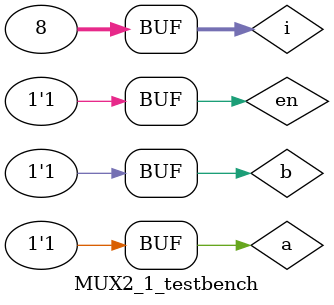
<source format=sv>
/* 2:1 Multiplexer. If the en is true, it will output in b. Otherwise,
 * it will output a.
 * Input: a, b, en
 * Output: out
 */
`timescale 1ns/10ps
module MUX2_1 (a, b, en, out);
	input logic a, b, en;
	output logic out;
	logic not_en, not_en_a, en_b;
	
	not #0.05 n0 (not_en, en);
	and #0.05 a0 (not_en_a, not_en, a);
	and #0.05 a1 (en_b, en, b);
	or #0.05 o (out, not_en_a, en_b);
endmodule

module MUX2_1_testbench ();
	logic a, b, en, out;
	MUX2_1 dut (.a, .b, .en, .out);
	
	integer i;
	initial begin
		for(i = 0; i < 8; i++)
			{en, a, b} = i;
	end
endmodule
</source>
